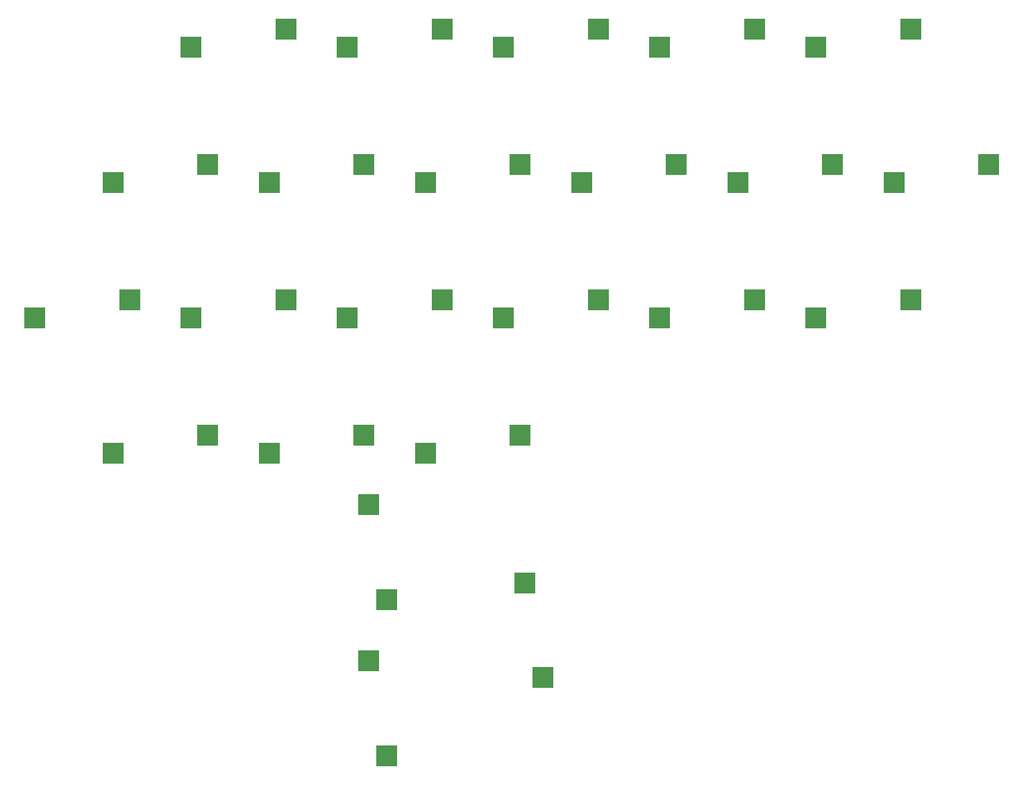
<source format=gbr>
%TF.GenerationSoftware,KiCad,Pcbnew,5.1.10-88a1d61d58~88~ubuntu20.04.1*%
%TF.CreationDate,2021-05-20T13:35:29+01:00*%
%TF.ProjectId,scrawler,73637261-776c-4657-922e-6b696361645f,rev?*%
%TF.SameCoordinates,Original*%
%TF.FileFunction,Paste,Top*%
%TF.FilePolarity,Positive*%
%FSLAX46Y46*%
G04 Gerber Fmt 4.6, Leading zero omitted, Abs format (unit mm)*
G04 Created by KiCad (PCBNEW 5.1.10-88a1d61d58~88~ubuntu20.04.1) date 2021-05-20 13:35:29*
%MOMM*%
%LPD*%
G01*
G04 APERTURE LIST*
%ADD10R,2.600000X2.600000*%
G04 APERTURE END LIST*
D10*
%TO.C,SW23*%
X158921500Y-138733200D03*
X156721500Y-127183200D03*
%TD*%
%TO.C,SW22*%
X139871500Y-148258200D03*
X137671500Y-136708200D03*
%TD*%
%TO.C,SW21*%
X139871500Y-129208200D03*
X137671500Y-117658200D03*
%TD*%
%TO.C,SW20*%
X144616500Y-111360000D03*
X156166500Y-109160000D03*
%TD*%
%TO.C,SW19*%
X125566500Y-111360000D03*
X137116500Y-109160000D03*
%TD*%
%TO.C,SW18*%
X106516500Y-111360000D03*
X118066500Y-109160000D03*
%TD*%
%TO.C,SW17*%
X192241500Y-94850000D03*
X203791500Y-92650000D03*
%TD*%
%TO.C,SW16*%
X173191500Y-94850000D03*
X184741500Y-92650000D03*
%TD*%
%TO.C,SW15*%
X154141500Y-94850000D03*
X165691500Y-92650000D03*
%TD*%
%TO.C,SW14*%
X135091500Y-94850000D03*
X146641500Y-92650000D03*
%TD*%
%TO.C,SW13*%
X116041500Y-94850000D03*
X127591500Y-92650000D03*
%TD*%
%TO.C,SW12*%
X96991500Y-94850000D03*
X108541500Y-92650000D03*
%TD*%
%TO.C,SW11*%
X201766500Y-78340000D03*
X213316500Y-76140000D03*
%TD*%
%TO.C,SW10*%
X182716500Y-78340000D03*
X194266500Y-76140000D03*
%TD*%
%TO.C,SW9*%
X163666500Y-78340000D03*
X175216500Y-76140000D03*
%TD*%
%TO.C,SW8*%
X144616500Y-78340000D03*
X156166500Y-76140000D03*
%TD*%
%TO.C,SW7*%
X125566500Y-78340000D03*
X137116500Y-76140000D03*
%TD*%
%TO.C,SW6*%
X106516500Y-78340000D03*
X118066500Y-76140000D03*
%TD*%
%TO.C,SW5*%
X192241500Y-61830000D03*
X203791500Y-59630000D03*
%TD*%
%TO.C,SW4*%
X173191500Y-61830000D03*
X184741500Y-59630000D03*
%TD*%
%TO.C,SW3*%
X154141500Y-61830000D03*
X165691500Y-59630000D03*
%TD*%
%TO.C,SW2*%
X135091500Y-61830000D03*
X146641500Y-59630000D03*
%TD*%
%TO.C,SW1*%
X116041500Y-61830000D03*
X127591500Y-59630000D03*
%TD*%
M02*

</source>
